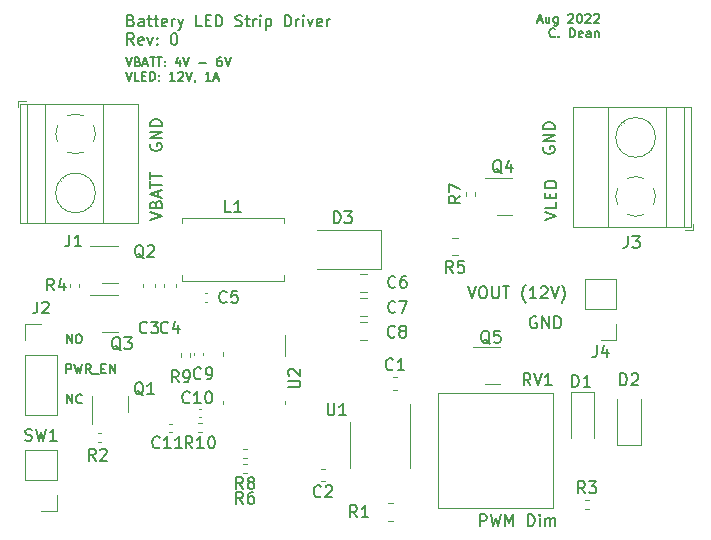
<source format=gbr>
%TF.GenerationSoftware,KiCad,Pcbnew,(6.0.6-0)*%
%TF.CreationDate,2022-08-07T14:06:53-04:00*%
%TF.ProjectId,BatteryLedStripDriver,42617474-6572-4794-9c65-645374726970,rev?*%
%TF.SameCoordinates,PX6160b60PY791ddc0*%
%TF.FileFunction,Legend,Top*%
%TF.FilePolarity,Positive*%
%FSLAX46Y46*%
G04 Gerber Fmt 4.6, Leading zero omitted, Abs format (unit mm)*
G04 Created by KiCad (PCBNEW (6.0.6-0)) date 2022-08-07 14:06:53*
%MOMM*%
%LPD*%
G01*
G04 APERTURE LIST*
%ADD10C,0.150000*%
%ADD11C,0.120000*%
G04 APERTURE END LIST*
D10*
X45093000Y33557786D02*
X45045380Y33462548D01*
X45045380Y33319691D01*
X45093000Y33176834D01*
X45188238Y33081596D01*
X45283476Y33033977D01*
X45473952Y32986358D01*
X45616809Y32986358D01*
X45807285Y33033977D01*
X45902523Y33081596D01*
X45997761Y33176834D01*
X46045380Y33319691D01*
X46045380Y33414929D01*
X45997761Y33557786D01*
X45950142Y33605405D01*
X45616809Y33605405D01*
X45616809Y33414929D01*
X46045380Y34033977D02*
X45045380Y34033977D01*
X46045380Y34605405D01*
X45045380Y34605405D01*
X46045380Y35081596D02*
X45045380Y35081596D01*
X45045380Y35319691D01*
X45093000Y35462548D01*
X45188238Y35557786D01*
X45283476Y35605405D01*
X45473952Y35653024D01*
X45616809Y35653024D01*
X45807285Y35605405D01*
X45902523Y35557786D01*
X45997761Y35462548D01*
X46045380Y35319691D01*
X46045380Y35081596D01*
X44479785Y19169000D02*
X44384547Y19216620D01*
X44241690Y19216620D01*
X44098833Y19169000D01*
X44003595Y19073762D01*
X43955976Y18978524D01*
X43908357Y18788048D01*
X43908357Y18645191D01*
X43955976Y18454715D01*
X44003595Y18359477D01*
X44098833Y18264239D01*
X44241690Y18216620D01*
X44336928Y18216620D01*
X44479785Y18264239D01*
X44527404Y18311858D01*
X44527404Y18645191D01*
X44336928Y18645191D01*
X44955976Y18216620D02*
X44955976Y19216620D01*
X45527404Y18216620D01*
X45527404Y19216620D01*
X46003595Y18216620D02*
X46003595Y19216620D01*
X46241690Y19216620D01*
X46384547Y19169000D01*
X46479785Y19073762D01*
X46527404Y18978524D01*
X46575023Y18788048D01*
X46575023Y18645191D01*
X46527404Y18454715D01*
X46479785Y18359477D01*
X46384547Y18264239D01*
X46241690Y18216620D01*
X46003595Y18216620D01*
X11819000Y33811786D02*
X11771380Y33716548D01*
X11771380Y33573691D01*
X11819000Y33430834D01*
X11914238Y33335596D01*
X12009476Y33287977D01*
X12199952Y33240358D01*
X12342809Y33240358D01*
X12533285Y33287977D01*
X12628523Y33335596D01*
X12723761Y33430834D01*
X12771380Y33573691D01*
X12771380Y33668929D01*
X12723761Y33811786D01*
X12676142Y33859405D01*
X12342809Y33859405D01*
X12342809Y33668929D01*
X12771380Y34287977D02*
X11771380Y34287977D01*
X12771380Y34859405D01*
X11771380Y34859405D01*
X12771380Y35335596D02*
X11771380Y35335596D01*
X11771380Y35573691D01*
X11819000Y35716548D01*
X11914238Y35811786D01*
X12009476Y35859405D01*
X12199952Y35907024D01*
X12342809Y35907024D01*
X12533285Y35859405D01*
X12628523Y35811786D01*
X12723761Y35716548D01*
X12771380Y35573691D01*
X12771380Y35335596D01*
X38670309Y21756620D02*
X39003642Y20756620D01*
X39336976Y21756620D01*
X39860785Y21756620D02*
X40051261Y21756620D01*
X40146500Y21709000D01*
X40241738Y21613762D01*
X40289357Y21423286D01*
X40289357Y21089953D01*
X40241738Y20899477D01*
X40146500Y20804239D01*
X40051261Y20756620D01*
X39860785Y20756620D01*
X39765547Y20804239D01*
X39670309Y20899477D01*
X39622690Y21089953D01*
X39622690Y21423286D01*
X39670309Y21613762D01*
X39765547Y21709000D01*
X39860785Y21756620D01*
X40717928Y21756620D02*
X40717928Y20947096D01*
X40765547Y20851858D01*
X40813166Y20804239D01*
X40908404Y20756620D01*
X41098880Y20756620D01*
X41194119Y20804239D01*
X41241738Y20851858D01*
X41289357Y20947096D01*
X41289357Y21756620D01*
X41622690Y21756620D02*
X42194119Y21756620D01*
X41908404Y20756620D02*
X41908404Y21756620D01*
X43575071Y20375667D02*
X43527452Y20423286D01*
X43432214Y20566143D01*
X43384595Y20661381D01*
X43336976Y20804239D01*
X43289357Y21042334D01*
X43289357Y21232810D01*
X43336976Y21470905D01*
X43384595Y21613762D01*
X43432214Y21709000D01*
X43527452Y21851858D01*
X43575071Y21899477D01*
X44479833Y20756620D02*
X43908404Y20756620D01*
X44194119Y20756620D02*
X44194119Y21756620D01*
X44098880Y21613762D01*
X44003642Y21518524D01*
X43908404Y21470905D01*
X44860785Y21661381D02*
X44908404Y21709000D01*
X45003642Y21756620D01*
X45241738Y21756620D01*
X45336976Y21709000D01*
X45384595Y21661381D01*
X45432214Y21566143D01*
X45432214Y21470905D01*
X45384595Y21328048D01*
X44813166Y20756620D01*
X45432214Y20756620D01*
X45717928Y21756620D02*
X46051261Y20756620D01*
X46384595Y21756620D01*
X46622690Y20375667D02*
X46670309Y20423286D01*
X46765547Y20566143D01*
X46813166Y20661381D01*
X46860785Y20804239D01*
X46908404Y21042334D01*
X46908404Y21232810D01*
X46860785Y21470905D01*
X46813166Y21613762D01*
X46765547Y21709000D01*
X46670309Y21851858D01*
X46622690Y21899477D01*
X10174042Y44279929D02*
X10311928Y44233967D01*
X10357890Y44188006D01*
X10403852Y44096082D01*
X10403852Y43958196D01*
X10357890Y43866272D01*
X10311928Y43820310D01*
X10220004Y43774348D01*
X9852309Y43774348D01*
X9852309Y44739548D01*
X10174042Y44739548D01*
X10265966Y44693586D01*
X10311928Y44647625D01*
X10357890Y44555701D01*
X10357890Y44463777D01*
X10311928Y44371853D01*
X10265966Y44325891D01*
X10174042Y44279929D01*
X9852309Y44279929D01*
X11231166Y43774348D02*
X11231166Y44279929D01*
X11185204Y44371853D01*
X11093280Y44417815D01*
X10909433Y44417815D01*
X10817509Y44371853D01*
X11231166Y43820310D02*
X11139242Y43774348D01*
X10909433Y43774348D01*
X10817509Y43820310D01*
X10771547Y43912234D01*
X10771547Y44004158D01*
X10817509Y44096082D01*
X10909433Y44142044D01*
X11139242Y44142044D01*
X11231166Y44188006D01*
X11552900Y44417815D02*
X11920595Y44417815D01*
X11690785Y44739548D02*
X11690785Y43912234D01*
X11736747Y43820310D01*
X11828671Y43774348D01*
X11920595Y43774348D01*
X12104442Y44417815D02*
X12472138Y44417815D01*
X12242328Y44739548D02*
X12242328Y43912234D01*
X12288290Y43820310D01*
X12380214Y43774348D01*
X12472138Y43774348D01*
X13161566Y43820310D02*
X13069642Y43774348D01*
X12885795Y43774348D01*
X12793871Y43820310D01*
X12747909Y43912234D01*
X12747909Y44279929D01*
X12793871Y44371853D01*
X12885795Y44417815D01*
X13069642Y44417815D01*
X13161566Y44371853D01*
X13207528Y44279929D01*
X13207528Y44188006D01*
X12747909Y44096082D01*
X13621185Y43774348D02*
X13621185Y44417815D01*
X13621185Y44233967D02*
X13667147Y44325891D01*
X13713109Y44371853D01*
X13805033Y44417815D01*
X13896957Y44417815D01*
X14126766Y44417815D02*
X14356576Y43774348D01*
X14586385Y44417815D02*
X14356576Y43774348D01*
X14264652Y43544539D01*
X14218690Y43498577D01*
X14126766Y43452615D01*
X16149090Y43774348D02*
X15689471Y43774348D01*
X15689471Y44739548D01*
X16470823Y44279929D02*
X16792557Y44279929D01*
X16930442Y43774348D02*
X16470823Y43774348D01*
X16470823Y44739548D01*
X16930442Y44739548D01*
X17344100Y43774348D02*
X17344100Y44739548D01*
X17573909Y44739548D01*
X17711795Y44693586D01*
X17803719Y44601663D01*
X17849680Y44509739D01*
X17895642Y44325891D01*
X17895642Y44188006D01*
X17849680Y44004158D01*
X17803719Y43912234D01*
X17711795Y43820310D01*
X17573909Y43774348D01*
X17344100Y43774348D01*
X18998728Y43820310D02*
X19136614Y43774348D01*
X19366423Y43774348D01*
X19458347Y43820310D01*
X19504309Y43866272D01*
X19550271Y43958196D01*
X19550271Y44050120D01*
X19504309Y44142044D01*
X19458347Y44188006D01*
X19366423Y44233967D01*
X19182576Y44279929D01*
X19090652Y44325891D01*
X19044690Y44371853D01*
X18998728Y44463777D01*
X18998728Y44555701D01*
X19044690Y44647625D01*
X19090652Y44693586D01*
X19182576Y44739548D01*
X19412385Y44739548D01*
X19550271Y44693586D01*
X19826042Y44417815D02*
X20193738Y44417815D01*
X19963928Y44739548D02*
X19963928Y43912234D01*
X20009890Y43820310D01*
X20101814Y43774348D01*
X20193738Y43774348D01*
X20515471Y43774348D02*
X20515471Y44417815D01*
X20515471Y44233967D02*
X20561433Y44325891D01*
X20607395Y44371853D01*
X20699319Y44417815D01*
X20791242Y44417815D01*
X21112976Y43774348D02*
X21112976Y44417815D01*
X21112976Y44739548D02*
X21067014Y44693586D01*
X21112976Y44647625D01*
X21158938Y44693586D01*
X21112976Y44739548D01*
X21112976Y44647625D01*
X21572595Y44417815D02*
X21572595Y43452615D01*
X21572595Y44371853D02*
X21664519Y44417815D01*
X21848366Y44417815D01*
X21940290Y44371853D01*
X21986252Y44325891D01*
X22032214Y44233967D01*
X22032214Y43958196D01*
X21986252Y43866272D01*
X21940290Y43820310D01*
X21848366Y43774348D01*
X21664519Y43774348D01*
X21572595Y43820310D01*
X23181261Y43774348D02*
X23181261Y44739548D01*
X23411071Y44739548D01*
X23548957Y44693586D01*
X23640880Y44601663D01*
X23686842Y44509739D01*
X23732804Y44325891D01*
X23732804Y44188006D01*
X23686842Y44004158D01*
X23640880Y43912234D01*
X23548957Y43820310D01*
X23411071Y43774348D01*
X23181261Y43774348D01*
X24146461Y43774348D02*
X24146461Y44417815D01*
X24146461Y44233967D02*
X24192423Y44325891D01*
X24238385Y44371853D01*
X24330309Y44417815D01*
X24422233Y44417815D01*
X24743966Y43774348D02*
X24743966Y44417815D01*
X24743966Y44739548D02*
X24698004Y44693586D01*
X24743966Y44647625D01*
X24789928Y44693586D01*
X24743966Y44739548D01*
X24743966Y44647625D01*
X25111661Y44417815D02*
X25341471Y43774348D01*
X25571280Y44417815D01*
X26306671Y43820310D02*
X26214747Y43774348D01*
X26030900Y43774348D01*
X25938976Y43820310D01*
X25893014Y43912234D01*
X25893014Y44279929D01*
X25938976Y44371853D01*
X26030900Y44417815D01*
X26214747Y44417815D01*
X26306671Y44371853D01*
X26352633Y44279929D01*
X26352633Y44188006D01*
X25893014Y44096082D01*
X26766290Y43774348D02*
X26766290Y44417815D01*
X26766290Y44233967D02*
X26812252Y44325891D01*
X26858214Y44371853D01*
X26950138Y44417815D01*
X27042061Y44417815D01*
X10403852Y42220376D02*
X10082119Y42679995D01*
X9852309Y42220376D02*
X9852309Y43185576D01*
X10220004Y43185576D01*
X10311928Y43139614D01*
X10357890Y43093653D01*
X10403852Y43001729D01*
X10403852Y42863843D01*
X10357890Y42771919D01*
X10311928Y42725957D01*
X10220004Y42679995D01*
X9852309Y42679995D01*
X11185204Y42266338D02*
X11093280Y42220376D01*
X10909433Y42220376D01*
X10817509Y42266338D01*
X10771547Y42358262D01*
X10771547Y42725957D01*
X10817509Y42817881D01*
X10909433Y42863843D01*
X11093280Y42863843D01*
X11185204Y42817881D01*
X11231166Y42725957D01*
X11231166Y42634034D01*
X10771547Y42542110D01*
X11552900Y42863843D02*
X11782709Y42220376D01*
X12012519Y42863843D01*
X12380214Y42312300D02*
X12426176Y42266338D01*
X12380214Y42220376D01*
X12334252Y42266338D01*
X12380214Y42312300D01*
X12380214Y42220376D01*
X12380214Y42817881D02*
X12426176Y42771919D01*
X12380214Y42725957D01*
X12334252Y42771919D01*
X12380214Y42817881D01*
X12380214Y42725957D01*
X13759071Y43185576D02*
X13850995Y43185576D01*
X13942919Y43139614D01*
X13988880Y43093653D01*
X14034842Y43001729D01*
X14080804Y42817881D01*
X14080804Y42588072D01*
X14034842Y42404224D01*
X13988880Y42312300D01*
X13942919Y42266338D01*
X13850995Y42220376D01*
X13759071Y42220376D01*
X13667147Y42266338D01*
X13621185Y42312300D01*
X13575223Y42404224D01*
X13529261Y42588072D01*
X13529261Y42817881D01*
X13575223Y43001729D01*
X13621185Y43093653D01*
X13667147Y43139614D01*
X13759071Y43185576D01*
X45172380Y27414310D02*
X46172380Y27747643D01*
X45172380Y28080977D01*
X46172380Y28890500D02*
X46172380Y28414310D01*
X45172380Y28414310D01*
X45648571Y29223834D02*
X45648571Y29557167D01*
X46172380Y29700024D02*
X46172380Y29223834D01*
X45172380Y29223834D01*
X45172380Y29700024D01*
X46172380Y30128596D02*
X45172380Y30128596D01*
X45172380Y30366691D01*
X45220000Y30509548D01*
X45315238Y30604786D01*
X45410476Y30652405D01*
X45600952Y30700024D01*
X45743809Y30700024D01*
X45934285Y30652405D01*
X46029523Y30604786D01*
X46124761Y30509548D01*
X46172380Y30366691D01*
X46172380Y30128596D01*
X9695071Y41162696D02*
X9949071Y40400696D01*
X10203071Y41162696D01*
X10711071Y40799839D02*
X10819928Y40763553D01*
X10856214Y40727268D01*
X10892500Y40654696D01*
X10892500Y40545839D01*
X10856214Y40473268D01*
X10819928Y40436982D01*
X10747357Y40400696D01*
X10457071Y40400696D01*
X10457071Y41162696D01*
X10711071Y41162696D01*
X10783642Y41126410D01*
X10819928Y41090125D01*
X10856214Y41017553D01*
X10856214Y40944982D01*
X10819928Y40872410D01*
X10783642Y40836125D01*
X10711071Y40799839D01*
X10457071Y40799839D01*
X11182785Y40618410D02*
X11545642Y40618410D01*
X11110214Y40400696D02*
X11364214Y41162696D01*
X11618214Y40400696D01*
X11763357Y41162696D02*
X12198785Y41162696D01*
X11981071Y40400696D02*
X11981071Y41162696D01*
X12343928Y41162696D02*
X12779357Y41162696D01*
X12561642Y40400696D02*
X12561642Y41162696D01*
X13033357Y40473268D02*
X13069642Y40436982D01*
X13033357Y40400696D01*
X12997071Y40436982D01*
X13033357Y40473268D01*
X13033357Y40400696D01*
X13033357Y40872410D02*
X13069642Y40836125D01*
X13033357Y40799839D01*
X12997071Y40836125D01*
X13033357Y40872410D01*
X13033357Y40799839D01*
X14303357Y40908696D02*
X14303357Y40400696D01*
X14121928Y41198982D02*
X13940500Y40654696D01*
X14412214Y40654696D01*
X14593642Y41162696D02*
X14847642Y40400696D01*
X15101642Y41162696D01*
X15936214Y40690982D02*
X16516785Y40690982D01*
X17786785Y41162696D02*
X17641642Y41162696D01*
X17569071Y41126410D01*
X17532785Y41090125D01*
X17460214Y40981268D01*
X17423928Y40836125D01*
X17423928Y40545839D01*
X17460214Y40473268D01*
X17496500Y40436982D01*
X17569071Y40400696D01*
X17714214Y40400696D01*
X17786785Y40436982D01*
X17823071Y40473268D01*
X17859357Y40545839D01*
X17859357Y40727268D01*
X17823071Y40799839D01*
X17786785Y40836125D01*
X17714214Y40872410D01*
X17569071Y40872410D01*
X17496500Y40836125D01*
X17460214Y40799839D01*
X17423928Y40727268D01*
X18077071Y41162696D02*
X18331071Y40400696D01*
X18585071Y41162696D01*
X9695071Y39935876D02*
X9949071Y39173876D01*
X10203071Y39935876D01*
X10819928Y39173876D02*
X10457071Y39173876D01*
X10457071Y39935876D01*
X11073928Y39573019D02*
X11327928Y39573019D01*
X11436785Y39173876D02*
X11073928Y39173876D01*
X11073928Y39935876D01*
X11436785Y39935876D01*
X11763357Y39173876D02*
X11763357Y39935876D01*
X11944785Y39935876D01*
X12053642Y39899590D01*
X12126214Y39827019D01*
X12162500Y39754448D01*
X12198785Y39609305D01*
X12198785Y39500448D01*
X12162500Y39355305D01*
X12126214Y39282733D01*
X12053642Y39210162D01*
X11944785Y39173876D01*
X11763357Y39173876D01*
X12525357Y39246448D02*
X12561642Y39210162D01*
X12525357Y39173876D01*
X12489071Y39210162D01*
X12525357Y39246448D01*
X12525357Y39173876D01*
X12525357Y39645590D02*
X12561642Y39609305D01*
X12525357Y39573019D01*
X12489071Y39609305D01*
X12525357Y39645590D01*
X12525357Y39573019D01*
X13867928Y39173876D02*
X13432500Y39173876D01*
X13650214Y39173876D02*
X13650214Y39935876D01*
X13577642Y39827019D01*
X13505071Y39754448D01*
X13432500Y39718162D01*
X14158214Y39863305D02*
X14194500Y39899590D01*
X14267071Y39935876D01*
X14448500Y39935876D01*
X14521071Y39899590D01*
X14557357Y39863305D01*
X14593642Y39790733D01*
X14593642Y39718162D01*
X14557357Y39609305D01*
X14121928Y39173876D01*
X14593642Y39173876D01*
X14811357Y39935876D02*
X15065357Y39173876D01*
X15319357Y39935876D01*
X15609642Y39210162D02*
X15609642Y39173876D01*
X15573357Y39101305D01*
X15537071Y39065019D01*
X16915928Y39173876D02*
X16480500Y39173876D01*
X16698214Y39173876D02*
X16698214Y39935876D01*
X16625642Y39827019D01*
X16553071Y39754448D01*
X16480500Y39718162D01*
X17206214Y39391590D02*
X17569071Y39391590D01*
X17133642Y39173876D02*
X17387642Y39935876D01*
X17641642Y39173876D01*
X4735285Y11847286D02*
X4735285Y12609286D01*
X5170714Y11847286D01*
X5170714Y12609286D01*
X5969000Y11919858D02*
X5932714Y11883572D01*
X5823857Y11847286D01*
X5751285Y11847286D01*
X5642428Y11883572D01*
X5569857Y11956143D01*
X5533571Y12028715D01*
X5497285Y12173858D01*
X5497285Y12282715D01*
X5533571Y12427858D01*
X5569857Y12500429D01*
X5642428Y12573000D01*
X5751285Y12609286D01*
X5823857Y12609286D01*
X5932714Y12573000D01*
X5969000Y12536715D01*
X39705595Y1452620D02*
X39705595Y2452620D01*
X40086547Y2452620D01*
X40181785Y2405000D01*
X40229404Y2357381D01*
X40277023Y2262143D01*
X40277023Y2119286D01*
X40229404Y2024048D01*
X40181785Y1976429D01*
X40086547Y1928810D01*
X39705595Y1928810D01*
X40610357Y2452620D02*
X40848452Y1452620D01*
X41038928Y2166905D01*
X41229404Y1452620D01*
X41467500Y2452620D01*
X41848452Y1452620D02*
X41848452Y2452620D01*
X42181785Y1738334D01*
X42515119Y2452620D01*
X42515119Y1452620D01*
X43753214Y1452620D02*
X43753214Y2452620D01*
X43991309Y2452620D01*
X44134166Y2405000D01*
X44229404Y2309762D01*
X44277023Y2214524D01*
X44324642Y2024048D01*
X44324642Y1881191D01*
X44277023Y1690715D01*
X44229404Y1595477D01*
X44134166Y1500239D01*
X43991309Y1452620D01*
X43753214Y1452620D01*
X44753214Y1452620D02*
X44753214Y2119286D01*
X44753214Y2452620D02*
X44705595Y2405000D01*
X44753214Y2357381D01*
X44800833Y2405000D01*
X44753214Y2452620D01*
X44753214Y2357381D01*
X45229404Y1452620D02*
X45229404Y2119286D01*
X45229404Y2024048D02*
X45277023Y2071667D01*
X45372261Y2119286D01*
X45515119Y2119286D01*
X45610357Y2071667D01*
X45657976Y1976429D01*
X45657976Y1452620D01*
X45657976Y1976429D02*
X45705595Y2071667D01*
X45800833Y2119286D01*
X45943690Y2119286D01*
X46038928Y2071667D01*
X46086547Y1976429D01*
X46086547Y1452620D01*
X4717142Y16927286D02*
X4717142Y17689286D01*
X5152571Y16927286D01*
X5152571Y17689286D01*
X5660571Y17689286D02*
X5805714Y17689286D01*
X5878285Y17653000D01*
X5950857Y17580429D01*
X5987142Y17435286D01*
X5987142Y17181286D01*
X5950857Y17036143D01*
X5878285Y16963572D01*
X5805714Y16927286D01*
X5660571Y16927286D01*
X5588000Y16963572D01*
X5515428Y17036143D01*
X5479142Y17181286D01*
X5479142Y17435286D01*
X5515428Y17580429D01*
X5588000Y17653000D01*
X5660571Y17689286D01*
X44570214Y44301410D02*
X44933071Y44301410D01*
X44497642Y44083696D02*
X44751642Y44845696D01*
X45005642Y44083696D01*
X45586214Y44591696D02*
X45586214Y44083696D01*
X45259642Y44591696D02*
X45259642Y44192553D01*
X45295928Y44119982D01*
X45368500Y44083696D01*
X45477357Y44083696D01*
X45549928Y44119982D01*
X45586214Y44156268D01*
X46275642Y44591696D02*
X46275642Y43974839D01*
X46239357Y43902268D01*
X46203071Y43865982D01*
X46130500Y43829696D01*
X46021642Y43829696D01*
X45949071Y43865982D01*
X46275642Y44119982D02*
X46203071Y44083696D01*
X46057928Y44083696D01*
X45985357Y44119982D01*
X45949071Y44156268D01*
X45912785Y44228839D01*
X45912785Y44446553D01*
X45949071Y44519125D01*
X45985357Y44555410D01*
X46057928Y44591696D01*
X46203071Y44591696D01*
X46275642Y44555410D01*
X47182785Y44773125D02*
X47219071Y44809410D01*
X47291642Y44845696D01*
X47473071Y44845696D01*
X47545642Y44809410D01*
X47581928Y44773125D01*
X47618214Y44700553D01*
X47618214Y44627982D01*
X47581928Y44519125D01*
X47146500Y44083696D01*
X47618214Y44083696D01*
X48089928Y44845696D02*
X48162500Y44845696D01*
X48235071Y44809410D01*
X48271357Y44773125D01*
X48307642Y44700553D01*
X48343928Y44555410D01*
X48343928Y44373982D01*
X48307642Y44228839D01*
X48271357Y44156268D01*
X48235071Y44119982D01*
X48162500Y44083696D01*
X48089928Y44083696D01*
X48017357Y44119982D01*
X47981071Y44156268D01*
X47944785Y44228839D01*
X47908500Y44373982D01*
X47908500Y44555410D01*
X47944785Y44700553D01*
X47981071Y44773125D01*
X48017357Y44809410D01*
X48089928Y44845696D01*
X48634214Y44773125D02*
X48670500Y44809410D01*
X48743071Y44845696D01*
X48924500Y44845696D01*
X48997071Y44809410D01*
X49033357Y44773125D01*
X49069642Y44700553D01*
X49069642Y44627982D01*
X49033357Y44519125D01*
X48597928Y44083696D01*
X49069642Y44083696D01*
X49359928Y44773125D02*
X49396214Y44809410D01*
X49468785Y44845696D01*
X49650214Y44845696D01*
X49722785Y44809410D01*
X49759071Y44773125D01*
X49795357Y44700553D01*
X49795357Y44627982D01*
X49759071Y44519125D01*
X49323642Y44083696D01*
X49795357Y44083696D01*
X46057928Y42929448D02*
X46021642Y42893162D01*
X45912785Y42856876D01*
X45840214Y42856876D01*
X45731357Y42893162D01*
X45658785Y42965733D01*
X45622500Y43038305D01*
X45586214Y43183448D01*
X45586214Y43292305D01*
X45622500Y43437448D01*
X45658785Y43510019D01*
X45731357Y43582590D01*
X45840214Y43618876D01*
X45912785Y43618876D01*
X46021642Y43582590D01*
X46057928Y43546305D01*
X46384500Y42929448D02*
X46420785Y42893162D01*
X46384500Y42856876D01*
X46348214Y42893162D01*
X46384500Y42929448D01*
X46384500Y42856876D01*
X47327928Y42856876D02*
X47327928Y43618876D01*
X47509357Y43618876D01*
X47618214Y43582590D01*
X47690785Y43510019D01*
X47727071Y43437448D01*
X47763357Y43292305D01*
X47763357Y43183448D01*
X47727071Y43038305D01*
X47690785Y42965733D01*
X47618214Y42893162D01*
X47509357Y42856876D01*
X47327928Y42856876D01*
X48380214Y42893162D02*
X48307642Y42856876D01*
X48162500Y42856876D01*
X48089928Y42893162D01*
X48053642Y42965733D01*
X48053642Y43256019D01*
X48089928Y43328590D01*
X48162500Y43364876D01*
X48307642Y43364876D01*
X48380214Y43328590D01*
X48416500Y43256019D01*
X48416500Y43183448D01*
X48053642Y43110876D01*
X49069642Y42856876D02*
X49069642Y43256019D01*
X49033357Y43328590D01*
X48960785Y43364876D01*
X48815642Y43364876D01*
X48743071Y43328590D01*
X49069642Y42893162D02*
X48997071Y42856876D01*
X48815642Y42856876D01*
X48743071Y42893162D01*
X48706785Y42965733D01*
X48706785Y43038305D01*
X48743071Y43110876D01*
X48815642Y43147162D01*
X48997071Y43147162D01*
X49069642Y43183448D01*
X49432500Y43364876D02*
X49432500Y42856876D01*
X49432500Y43292305D02*
X49468785Y43328590D01*
X49541357Y43364876D01*
X49650214Y43364876D01*
X49722785Y43328590D01*
X49759071Y43256019D01*
X49759071Y42856876D01*
X11771380Y27382643D02*
X12771380Y27715977D01*
X11771380Y28049310D01*
X12247571Y28715977D02*
X12295190Y28858834D01*
X12342809Y28906453D01*
X12438047Y28954072D01*
X12580904Y28954072D01*
X12676142Y28906453D01*
X12723761Y28858834D01*
X12771380Y28763596D01*
X12771380Y28382643D01*
X11771380Y28382643D01*
X11771380Y28715977D01*
X11819000Y28811215D01*
X11866619Y28858834D01*
X11961857Y28906453D01*
X12057095Y28906453D01*
X12152333Y28858834D01*
X12199952Y28811215D01*
X12247571Y28715977D01*
X12247571Y28382643D01*
X12485666Y29335024D02*
X12485666Y29811215D01*
X12771380Y29239786D02*
X11771380Y29573120D01*
X12771380Y29906453D01*
X11771380Y30096929D02*
X11771380Y30668358D01*
X12771380Y30382643D02*
X11771380Y30382643D01*
X11771380Y30858834D02*
X11771380Y31430262D01*
X12771380Y31144548D02*
X11771380Y31144548D01*
X4680857Y14387286D02*
X4680857Y15149286D01*
X4971142Y15149286D01*
X5043714Y15113000D01*
X5080000Y15076715D01*
X5116285Y15004143D01*
X5116285Y14895286D01*
X5080000Y14822715D01*
X5043714Y14786429D01*
X4971142Y14750143D01*
X4680857Y14750143D01*
X5370285Y15149286D02*
X5551714Y14387286D01*
X5696857Y14931572D01*
X5842000Y14387286D01*
X6023428Y15149286D01*
X6749142Y14387286D02*
X6495142Y14750143D01*
X6313714Y14387286D02*
X6313714Y15149286D01*
X6604000Y15149286D01*
X6676571Y15113000D01*
X6712857Y15076715D01*
X6749142Y15004143D01*
X6749142Y14895286D01*
X6712857Y14822715D01*
X6676571Y14786429D01*
X6604000Y14750143D01*
X6313714Y14750143D01*
X6894285Y14314715D02*
X7474857Y14314715D01*
X7656285Y14786429D02*
X7910285Y14786429D01*
X8019142Y14387286D02*
X7656285Y14387286D01*
X7656285Y15149286D01*
X8019142Y15149286D01*
X8345714Y14387286D02*
X8345714Y15149286D01*
X8781142Y14387286D01*
X8781142Y15149286D01*
%TO.C,C2*%
X26249333Y4004058D02*
X26201714Y3956439D01*
X26058857Y3908820D01*
X25963619Y3908820D01*
X25820761Y3956439D01*
X25725523Y4051677D01*
X25677904Y4146915D01*
X25630285Y4337391D01*
X25630285Y4480248D01*
X25677904Y4670724D01*
X25725523Y4765962D01*
X25820761Y4861200D01*
X25963619Y4908820D01*
X26058857Y4908820D01*
X26201714Y4861200D01*
X26249333Y4813581D01*
X26630285Y4813581D02*
X26677904Y4861200D01*
X26773142Y4908820D01*
X27011238Y4908820D01*
X27106476Y4861200D01*
X27154095Y4813581D01*
X27201714Y4718343D01*
X27201714Y4623105D01*
X27154095Y4480248D01*
X26582666Y3908820D01*
X27201714Y3908820D01*
%TO.C,R1*%
X29297333Y2214620D02*
X28964000Y2690810D01*
X28725904Y2214620D02*
X28725904Y3214620D01*
X29106857Y3214620D01*
X29202095Y3167000D01*
X29249714Y3119381D01*
X29297333Y3024143D01*
X29297333Y2881286D01*
X29249714Y2786048D01*
X29202095Y2738429D01*
X29106857Y2690810D01*
X28725904Y2690810D01*
X30249714Y2214620D02*
X29678285Y2214620D01*
X29964000Y2214620D02*
X29964000Y3214620D01*
X29868761Y3071762D01*
X29773523Y2976524D01*
X29678285Y2928905D01*
%TO.C,D3*%
X27328904Y27106620D02*
X27328904Y28106620D01*
X27567000Y28106620D01*
X27709857Y28059000D01*
X27805095Y27963762D01*
X27852714Y27868524D01*
X27900333Y27678048D01*
X27900333Y27535191D01*
X27852714Y27344715D01*
X27805095Y27249477D01*
X27709857Y27154239D01*
X27567000Y27106620D01*
X27328904Y27106620D01*
X28233666Y28106620D02*
X28852714Y28106620D01*
X28519380Y27725667D01*
X28662238Y27725667D01*
X28757476Y27678048D01*
X28805095Y27630429D01*
X28852714Y27535191D01*
X28852714Y27297096D01*
X28805095Y27201858D01*
X28757476Y27154239D01*
X28662238Y27106620D01*
X28376523Y27106620D01*
X28281285Y27154239D01*
X28233666Y27201858D01*
%TO.C,J1*%
X4949866Y26150820D02*
X4949866Y25436534D01*
X4902247Y25293677D01*
X4807009Y25198439D01*
X4664152Y25150820D01*
X4568914Y25150820D01*
X5949866Y25150820D02*
X5378438Y25150820D01*
X5664152Y25150820D02*
X5664152Y26150820D01*
X5568914Y26007962D01*
X5473676Y25912724D01*
X5378438Y25865105D01*
%TO.C,D1*%
X47521904Y13263620D02*
X47521904Y14263620D01*
X47760000Y14263620D01*
X47902857Y14216000D01*
X47998095Y14120762D01*
X48045714Y14025524D01*
X48093333Y13835048D01*
X48093333Y13692191D01*
X48045714Y13501715D01*
X47998095Y13406477D01*
X47902857Y13311239D01*
X47760000Y13263620D01*
X47521904Y13263620D01*
X49045714Y13263620D02*
X48474285Y13263620D01*
X48760000Y13263620D02*
X48760000Y14263620D01*
X48664761Y14120762D01*
X48569523Y14025524D01*
X48474285Y13977905D01*
%TO.C,J3*%
X52219266Y26023820D02*
X52219266Y25309534D01*
X52171647Y25166677D01*
X52076409Y25071439D01*
X51933552Y25023820D01*
X51838314Y25023820D01*
X52600219Y26023820D02*
X53219266Y26023820D01*
X52885933Y25642867D01*
X53028790Y25642867D01*
X53124028Y25595248D01*
X53171647Y25547629D01*
X53219266Y25452391D01*
X53219266Y25214296D01*
X53171647Y25119058D01*
X53124028Y25071439D01*
X53028790Y25023820D01*
X52743076Y25023820D01*
X52647838Y25071439D01*
X52600219Y25119058D01*
%TO.C,R2*%
X7172692Y7015220D02*
X6839359Y7491410D01*
X6601263Y7015220D02*
X6601263Y8015220D01*
X6982216Y8015220D01*
X7077454Y7967600D01*
X7125073Y7919981D01*
X7172692Y7824743D01*
X7172692Y7681886D01*
X7125073Y7586648D01*
X7077454Y7539029D01*
X6982216Y7491410D01*
X6601263Y7491410D01*
X7553644Y7919981D02*
X7601263Y7967600D01*
X7696501Y8015220D01*
X7934597Y8015220D01*
X8029835Y7967600D01*
X8077454Y7919981D01*
X8125073Y7824743D01*
X8125073Y7729505D01*
X8077454Y7586648D01*
X7506025Y7015220D01*
X8125073Y7015220D01*
%TO.C,Q1*%
X11207761Y12533381D02*
X11112523Y12581000D01*
X11017285Y12676239D01*
X10874428Y12819096D01*
X10779190Y12866715D01*
X10683952Y12866715D01*
X10731571Y12628620D02*
X10636333Y12676239D01*
X10541095Y12771477D01*
X10493476Y12961953D01*
X10493476Y13295286D01*
X10541095Y13485762D01*
X10636333Y13581000D01*
X10731571Y13628620D01*
X10922047Y13628620D01*
X11017285Y13581000D01*
X11112523Y13485762D01*
X11160142Y13295286D01*
X11160142Y12961953D01*
X11112523Y12771477D01*
X11017285Y12676239D01*
X10922047Y12628620D01*
X10731571Y12628620D01*
X12112523Y12628620D02*
X11541095Y12628620D01*
X11826809Y12628620D02*
X11826809Y13628620D01*
X11731571Y13485762D01*
X11636333Y13390524D01*
X11541095Y13342905D01*
%TO.C,R8*%
X19645333Y4627620D02*
X19312000Y5103810D01*
X19073904Y4627620D02*
X19073904Y5627620D01*
X19454857Y5627620D01*
X19550095Y5580000D01*
X19597714Y5532381D01*
X19645333Y5437143D01*
X19645333Y5294286D01*
X19597714Y5199048D01*
X19550095Y5151429D01*
X19454857Y5103810D01*
X19073904Y5103810D01*
X20216761Y5199048D02*
X20121523Y5246667D01*
X20073904Y5294286D01*
X20026285Y5389524D01*
X20026285Y5437143D01*
X20073904Y5532381D01*
X20121523Y5580000D01*
X20216761Y5627620D01*
X20407238Y5627620D01*
X20502476Y5580000D01*
X20550095Y5532381D01*
X20597714Y5437143D01*
X20597714Y5389524D01*
X20550095Y5294286D01*
X20502476Y5246667D01*
X20407238Y5199048D01*
X20216761Y5199048D01*
X20121523Y5151429D01*
X20073904Y5103810D01*
X20026285Y5008572D01*
X20026285Y4818096D01*
X20073904Y4722858D01*
X20121523Y4675239D01*
X20216761Y4627620D01*
X20407238Y4627620D01*
X20502476Y4675239D01*
X20550095Y4722858D01*
X20597714Y4818096D01*
X20597714Y5008572D01*
X20550095Y5103810D01*
X20502476Y5151429D01*
X20407238Y5199048D01*
%TO.C,R5*%
X37425333Y22915620D02*
X37092000Y23391810D01*
X36853904Y22915620D02*
X36853904Y23915620D01*
X37234857Y23915620D01*
X37330095Y23868000D01*
X37377714Y23820381D01*
X37425333Y23725143D01*
X37425333Y23582286D01*
X37377714Y23487048D01*
X37330095Y23439429D01*
X37234857Y23391810D01*
X36853904Y23391810D01*
X38330095Y23915620D02*
X37853904Y23915620D01*
X37806285Y23439429D01*
X37853904Y23487048D01*
X37949142Y23534667D01*
X38187238Y23534667D01*
X38282476Y23487048D01*
X38330095Y23439429D01*
X38377714Y23344191D01*
X38377714Y23106096D01*
X38330095Y23010858D01*
X38282476Y22963239D01*
X38187238Y22915620D01*
X37949142Y22915620D01*
X37853904Y22963239D01*
X37806285Y23010858D01*
%TO.C,R4*%
X3643333Y21417020D02*
X3310000Y21893210D01*
X3071904Y21417020D02*
X3071904Y22417020D01*
X3452857Y22417020D01*
X3548095Y22369400D01*
X3595714Y22321781D01*
X3643333Y22226543D01*
X3643333Y22083686D01*
X3595714Y21988448D01*
X3548095Y21940829D01*
X3452857Y21893210D01*
X3071904Y21893210D01*
X4500476Y22083686D02*
X4500476Y21417020D01*
X4262380Y22464639D02*
X4024285Y21750353D01*
X4643333Y21750353D01*
%TO.C,C6*%
X32548533Y21740858D02*
X32500914Y21693239D01*
X32358057Y21645620D01*
X32262819Y21645620D01*
X32119961Y21693239D01*
X32024723Y21788477D01*
X31977104Y21883715D01*
X31929485Y22074191D01*
X31929485Y22217048D01*
X31977104Y22407524D01*
X32024723Y22502762D01*
X32119961Y22598000D01*
X32262819Y22645620D01*
X32358057Y22645620D01*
X32500914Y22598000D01*
X32548533Y22550381D01*
X33405676Y22645620D02*
X33215200Y22645620D01*
X33119961Y22598000D01*
X33072342Y22550381D01*
X32977104Y22407524D01*
X32929485Y22217048D01*
X32929485Y21836096D01*
X32977104Y21740858D01*
X33024723Y21693239D01*
X33119961Y21645620D01*
X33310438Y21645620D01*
X33405676Y21693239D01*
X33453295Y21740858D01*
X33500914Y21836096D01*
X33500914Y22074191D01*
X33453295Y22169429D01*
X33405676Y22217048D01*
X33310438Y22264667D01*
X33119961Y22264667D01*
X33024723Y22217048D01*
X32977104Y22169429D01*
X32929485Y22074191D01*
%TO.C,C10*%
X15118142Y11961858D02*
X15070523Y11914239D01*
X14927666Y11866620D01*
X14832428Y11866620D01*
X14689571Y11914239D01*
X14594333Y12009477D01*
X14546714Y12104715D01*
X14499095Y12295191D01*
X14499095Y12438048D01*
X14546714Y12628524D01*
X14594333Y12723762D01*
X14689571Y12819000D01*
X14832428Y12866620D01*
X14927666Y12866620D01*
X15070523Y12819000D01*
X15118142Y12771381D01*
X16070523Y11866620D02*
X15499095Y11866620D01*
X15784809Y11866620D02*
X15784809Y12866620D01*
X15689571Y12723762D01*
X15594333Y12628524D01*
X15499095Y12580905D01*
X16689571Y12866620D02*
X16784809Y12866620D01*
X16880047Y12819000D01*
X16927666Y12771381D01*
X16975285Y12676143D01*
X17022904Y12485667D01*
X17022904Y12247572D01*
X16975285Y12057096D01*
X16927666Y11961858D01*
X16880047Y11914239D01*
X16784809Y11866620D01*
X16689571Y11866620D01*
X16594333Y11914239D01*
X16546714Y11961858D01*
X16499095Y12057096D01*
X16451476Y12247572D01*
X16451476Y12485667D01*
X16499095Y12676143D01*
X16546714Y12771381D01*
X16594333Y12819000D01*
X16689571Y12866620D01*
%TO.C,C1*%
X32345333Y14755858D02*
X32297714Y14708239D01*
X32154857Y14660620D01*
X32059619Y14660620D01*
X31916761Y14708239D01*
X31821523Y14803477D01*
X31773904Y14898715D01*
X31726285Y15089191D01*
X31726285Y15232048D01*
X31773904Y15422524D01*
X31821523Y15517762D01*
X31916761Y15613000D01*
X32059619Y15660620D01*
X32154857Y15660620D01*
X32297714Y15613000D01*
X32345333Y15565381D01*
X33297714Y14660620D02*
X32726285Y14660620D01*
X33012000Y14660620D02*
X33012000Y15660620D01*
X32916761Y15517762D01*
X32821523Y15422524D01*
X32726285Y15374905D01*
%TO.C,R3*%
X48601333Y4246620D02*
X48268000Y4722810D01*
X48029904Y4246620D02*
X48029904Y5246620D01*
X48410857Y5246620D01*
X48506095Y5199000D01*
X48553714Y5151381D01*
X48601333Y5056143D01*
X48601333Y4913286D01*
X48553714Y4818048D01*
X48506095Y4770429D01*
X48410857Y4722810D01*
X48029904Y4722810D01*
X48934666Y5246620D02*
X49553714Y5246620D01*
X49220380Y4865667D01*
X49363238Y4865667D01*
X49458476Y4818048D01*
X49506095Y4770429D01*
X49553714Y4675191D01*
X49553714Y4437096D01*
X49506095Y4341858D01*
X49458476Y4294239D01*
X49363238Y4246620D01*
X49077523Y4246620D01*
X48982285Y4294239D01*
X48934666Y4341858D01*
%TO.C,Q5*%
X40544761Y16899381D02*
X40449523Y16947000D01*
X40354285Y17042239D01*
X40211428Y17185096D01*
X40116190Y17232715D01*
X40020952Y17232715D01*
X40068571Y16994620D02*
X39973333Y17042239D01*
X39878095Y17137477D01*
X39830476Y17327953D01*
X39830476Y17661286D01*
X39878095Y17851762D01*
X39973333Y17947000D01*
X40068571Y17994620D01*
X40259047Y17994620D01*
X40354285Y17947000D01*
X40449523Y17851762D01*
X40497142Y17661286D01*
X40497142Y17327953D01*
X40449523Y17137477D01*
X40354285Y17042239D01*
X40259047Y16994620D01*
X40068571Y16994620D01*
X41401904Y17994620D02*
X40925714Y17994620D01*
X40878095Y17518429D01*
X40925714Y17566048D01*
X41020952Y17613667D01*
X41259047Y17613667D01*
X41354285Y17566048D01*
X41401904Y17518429D01*
X41449523Y17423191D01*
X41449523Y17185096D01*
X41401904Y17089858D01*
X41354285Y17042239D01*
X41259047Y16994620D01*
X41020952Y16994620D01*
X40925714Y17042239D01*
X40878095Y17089858D01*
%TO.C,R9*%
X14184333Y13644620D02*
X13851000Y14120810D01*
X13612904Y13644620D02*
X13612904Y14644620D01*
X13993857Y14644620D01*
X14089095Y14597000D01*
X14136714Y14549381D01*
X14184333Y14454143D01*
X14184333Y14311286D01*
X14136714Y14216048D01*
X14089095Y14168429D01*
X13993857Y14120810D01*
X13612904Y14120810D01*
X14660523Y13644620D02*
X14851000Y13644620D01*
X14946238Y13692239D01*
X14993857Y13739858D01*
X15089095Y13882715D01*
X15136714Y14073191D01*
X15136714Y14454143D01*
X15089095Y14549381D01*
X15041476Y14597000D01*
X14946238Y14644620D01*
X14755761Y14644620D01*
X14660523Y14597000D01*
X14612904Y14549381D01*
X14565285Y14454143D01*
X14565285Y14216048D01*
X14612904Y14120810D01*
X14660523Y14073191D01*
X14755761Y14025572D01*
X14946238Y14025572D01*
X15041476Y14073191D01*
X15089095Y14120810D01*
X15136714Y14216048D01*
%TO.C,Q2*%
X11233161Y24141181D02*
X11137923Y24188800D01*
X11042685Y24284039D01*
X10899828Y24426896D01*
X10804590Y24474515D01*
X10709352Y24474515D01*
X10756971Y24236420D02*
X10661733Y24284039D01*
X10566495Y24379277D01*
X10518876Y24569753D01*
X10518876Y24903086D01*
X10566495Y25093562D01*
X10661733Y25188800D01*
X10756971Y25236420D01*
X10947447Y25236420D01*
X11042685Y25188800D01*
X11137923Y25093562D01*
X11185542Y24903086D01*
X11185542Y24569753D01*
X11137923Y24379277D01*
X11042685Y24284039D01*
X10947447Y24236420D01*
X10756971Y24236420D01*
X11566495Y25141181D02*
X11614114Y25188800D01*
X11709352Y25236420D01*
X11947447Y25236420D01*
X12042685Y25188800D01*
X12090304Y25141181D01*
X12137923Y25045943D01*
X12137923Y24950705D01*
X12090304Y24807848D01*
X11518876Y24236420D01*
X12137923Y24236420D01*
%TO.C,C9*%
X16089333Y13993858D02*
X16041714Y13946239D01*
X15898857Y13898620D01*
X15803619Y13898620D01*
X15660761Y13946239D01*
X15565523Y14041477D01*
X15517904Y14136715D01*
X15470285Y14327191D01*
X15470285Y14470048D01*
X15517904Y14660524D01*
X15565523Y14755762D01*
X15660761Y14851000D01*
X15803619Y14898620D01*
X15898857Y14898620D01*
X16041714Y14851000D01*
X16089333Y14803381D01*
X16565523Y13898620D02*
X16756000Y13898620D01*
X16851238Y13946239D01*
X16898857Y13993858D01*
X16994095Y14136715D01*
X17041714Y14327191D01*
X17041714Y14708143D01*
X16994095Y14803381D01*
X16946476Y14851000D01*
X16851238Y14898620D01*
X16660761Y14898620D01*
X16565523Y14851000D01*
X16517904Y14803381D01*
X16470285Y14708143D01*
X16470285Y14470048D01*
X16517904Y14374810D01*
X16565523Y14327191D01*
X16660761Y14279572D01*
X16851238Y14279572D01*
X16946476Y14327191D01*
X16994095Y14374810D01*
X17041714Y14470048D01*
%TO.C,C5*%
X18248333Y20470858D02*
X18200714Y20423239D01*
X18057857Y20375620D01*
X17962619Y20375620D01*
X17819761Y20423239D01*
X17724523Y20518477D01*
X17676904Y20613715D01*
X17629285Y20804191D01*
X17629285Y20947048D01*
X17676904Y21137524D01*
X17724523Y21232762D01*
X17819761Y21328000D01*
X17962619Y21375620D01*
X18057857Y21375620D01*
X18200714Y21328000D01*
X18248333Y21280381D01*
X19153095Y21375620D02*
X18676904Y21375620D01*
X18629285Y20899429D01*
X18676904Y20947048D01*
X18772142Y20994667D01*
X19010238Y20994667D01*
X19105476Y20947048D01*
X19153095Y20899429D01*
X19200714Y20804191D01*
X19200714Y20566096D01*
X19153095Y20470858D01*
X19105476Y20423239D01*
X19010238Y20375620D01*
X18772142Y20375620D01*
X18676904Y20423239D01*
X18629285Y20470858D01*
%TO.C,RV1*%
X43981761Y13390620D02*
X43648428Y13866810D01*
X43410333Y13390620D02*
X43410333Y14390620D01*
X43791285Y14390620D01*
X43886523Y14343000D01*
X43934142Y14295381D01*
X43981761Y14200143D01*
X43981761Y14057286D01*
X43934142Y13962048D01*
X43886523Y13914429D01*
X43791285Y13866810D01*
X43410333Y13866810D01*
X44267476Y14390620D02*
X44600809Y13390620D01*
X44934142Y14390620D01*
X45791285Y13390620D02*
X45219857Y13390620D01*
X45505571Y13390620D02*
X45505571Y14390620D01*
X45410333Y14247762D01*
X45315095Y14152524D01*
X45219857Y14104905D01*
%TO.C,R6*%
X19645333Y3357620D02*
X19312000Y3833810D01*
X19073904Y3357620D02*
X19073904Y4357620D01*
X19454857Y4357620D01*
X19550095Y4310000D01*
X19597714Y4262381D01*
X19645333Y4167143D01*
X19645333Y4024286D01*
X19597714Y3929048D01*
X19550095Y3881429D01*
X19454857Y3833810D01*
X19073904Y3833810D01*
X20502476Y4357620D02*
X20312000Y4357620D01*
X20216761Y4310000D01*
X20169142Y4262381D01*
X20073904Y4119524D01*
X20026285Y3929048D01*
X20026285Y3548096D01*
X20073904Y3452858D01*
X20121523Y3405239D01*
X20216761Y3357620D01*
X20407238Y3357620D01*
X20502476Y3405239D01*
X20550095Y3452858D01*
X20597714Y3548096D01*
X20597714Y3786191D01*
X20550095Y3881429D01*
X20502476Y3929048D01*
X20407238Y3976667D01*
X20216761Y3976667D01*
X20121523Y3929048D01*
X20073904Y3881429D01*
X20026285Y3786191D01*
%TO.C,J4*%
X49577666Y16759620D02*
X49577666Y16045334D01*
X49530047Y15902477D01*
X49434809Y15807239D01*
X49291952Y15759620D01*
X49196714Y15759620D01*
X50482428Y16426286D02*
X50482428Y15759620D01*
X50244333Y16807239D02*
X50006238Y16092953D01*
X50625285Y16092953D01*
%TO.C,J2*%
X2206666Y20471620D02*
X2206666Y19757334D01*
X2159047Y19614477D01*
X2063809Y19519239D01*
X1920952Y19471620D01*
X1825714Y19471620D01*
X2635238Y20376381D02*
X2682857Y20424000D01*
X2778095Y20471620D01*
X3016190Y20471620D01*
X3111428Y20424000D01*
X3159047Y20376381D01*
X3206666Y20281143D01*
X3206666Y20185905D01*
X3159047Y20043048D01*
X2587619Y19471620D01*
X3206666Y19471620D01*
%TO.C,R10*%
X15359142Y8056620D02*
X15025809Y8532810D01*
X14787714Y8056620D02*
X14787714Y9056620D01*
X15168666Y9056620D01*
X15263904Y9009000D01*
X15311523Y8961381D01*
X15359142Y8866143D01*
X15359142Y8723286D01*
X15311523Y8628048D01*
X15263904Y8580429D01*
X15168666Y8532810D01*
X14787714Y8532810D01*
X16311523Y8056620D02*
X15740095Y8056620D01*
X16025809Y8056620D02*
X16025809Y9056620D01*
X15930571Y8913762D01*
X15835333Y8818524D01*
X15740095Y8770905D01*
X16930571Y9056620D02*
X17025809Y9056620D01*
X17121047Y9009000D01*
X17168666Y8961381D01*
X17216285Y8866143D01*
X17263904Y8675667D01*
X17263904Y8437572D01*
X17216285Y8247096D01*
X17168666Y8151858D01*
X17121047Y8104239D01*
X17025809Y8056620D01*
X16930571Y8056620D01*
X16835333Y8104239D01*
X16787714Y8151858D01*
X16740095Y8247096D01*
X16692476Y8437572D01*
X16692476Y8675667D01*
X16740095Y8866143D01*
X16787714Y8961381D01*
X16835333Y9009000D01*
X16930571Y9056620D01*
%TO.C,C3*%
X11517333Y17880058D02*
X11469714Y17832439D01*
X11326857Y17784820D01*
X11231619Y17784820D01*
X11088761Y17832439D01*
X10993523Y17927677D01*
X10945904Y18022915D01*
X10898285Y18213391D01*
X10898285Y18356248D01*
X10945904Y18546724D01*
X10993523Y18641962D01*
X11088761Y18737200D01*
X11231619Y18784820D01*
X11326857Y18784820D01*
X11469714Y18737200D01*
X11517333Y18689581D01*
X11850666Y18784820D02*
X12469714Y18784820D01*
X12136380Y18403867D01*
X12279238Y18403867D01*
X12374476Y18356248D01*
X12422095Y18308629D01*
X12469714Y18213391D01*
X12469714Y17975296D01*
X12422095Y17880058D01*
X12374476Y17832439D01*
X12279238Y17784820D01*
X11993523Y17784820D01*
X11898285Y17832439D01*
X11850666Y17880058D01*
%TO.C,C11*%
X12578142Y8151858D02*
X12530523Y8104239D01*
X12387666Y8056620D01*
X12292428Y8056620D01*
X12149571Y8104239D01*
X12054333Y8199477D01*
X12006714Y8294715D01*
X11959095Y8485191D01*
X11959095Y8628048D01*
X12006714Y8818524D01*
X12054333Y8913762D01*
X12149571Y9009000D01*
X12292428Y9056620D01*
X12387666Y9056620D01*
X12530523Y9009000D01*
X12578142Y8961381D01*
X13530523Y8056620D02*
X12959095Y8056620D01*
X13244809Y8056620D02*
X13244809Y9056620D01*
X13149571Y8913762D01*
X13054333Y8818524D01*
X12959095Y8770905D01*
X14482904Y8056620D02*
X13911476Y8056620D01*
X14197190Y8056620D02*
X14197190Y9056620D01*
X14101952Y8913762D01*
X14006714Y8818524D01*
X13911476Y8770905D01*
%TO.C,U1*%
X26797095Y11850620D02*
X26797095Y11041096D01*
X26844714Y10945858D01*
X26892333Y10898239D01*
X26987571Y10850620D01*
X27178047Y10850620D01*
X27273285Y10898239D01*
X27320904Y10945858D01*
X27368523Y11041096D01*
X27368523Y11850620D01*
X28368523Y10850620D02*
X27797095Y10850620D01*
X28082809Y10850620D02*
X28082809Y11850620D01*
X27987571Y11707762D01*
X27892333Y11612524D01*
X27797095Y11564905D01*
%TO.C,C8*%
X32497733Y17524458D02*
X32450114Y17476839D01*
X32307257Y17429220D01*
X32212019Y17429220D01*
X32069161Y17476839D01*
X31973923Y17572077D01*
X31926304Y17667315D01*
X31878685Y17857791D01*
X31878685Y18000648D01*
X31926304Y18191124D01*
X31973923Y18286362D01*
X32069161Y18381600D01*
X32212019Y18429220D01*
X32307257Y18429220D01*
X32450114Y18381600D01*
X32497733Y18333981D01*
X33069161Y18000648D02*
X32973923Y18048267D01*
X32926304Y18095886D01*
X32878685Y18191124D01*
X32878685Y18238743D01*
X32926304Y18333981D01*
X32973923Y18381600D01*
X33069161Y18429220D01*
X33259638Y18429220D01*
X33354876Y18381600D01*
X33402495Y18333981D01*
X33450114Y18238743D01*
X33450114Y18191124D01*
X33402495Y18095886D01*
X33354876Y18048267D01*
X33259638Y18000648D01*
X33069161Y18000648D01*
X32973923Y17953029D01*
X32926304Y17905410D01*
X32878685Y17810172D01*
X32878685Y17619696D01*
X32926304Y17524458D01*
X32973923Y17476839D01*
X33069161Y17429220D01*
X33259638Y17429220D01*
X33354876Y17476839D01*
X33402495Y17524458D01*
X33450114Y17619696D01*
X33450114Y17810172D01*
X33402495Y17905410D01*
X33354876Y17953029D01*
X33259638Y18000648D01*
%TO.C,C4*%
X13295333Y17880058D02*
X13247714Y17832439D01*
X13104857Y17784820D01*
X13009619Y17784820D01*
X12866761Y17832439D01*
X12771523Y17927677D01*
X12723904Y18022915D01*
X12676285Y18213391D01*
X12676285Y18356248D01*
X12723904Y18546724D01*
X12771523Y18641962D01*
X12866761Y18737200D01*
X13009619Y18784820D01*
X13104857Y18784820D01*
X13247714Y18737200D01*
X13295333Y18689581D01*
X14152476Y18451486D02*
X14152476Y17784820D01*
X13914380Y18832439D02*
X13676285Y18118153D01*
X14295333Y18118153D01*
%TO.C,U2*%
X23476380Y13208096D02*
X24285904Y13208096D01*
X24381142Y13255715D01*
X24428761Y13303334D01*
X24476380Y13398572D01*
X24476380Y13589048D01*
X24428761Y13684286D01*
X24381142Y13731905D01*
X24285904Y13779524D01*
X23476380Y13779524D01*
X23571619Y14208096D02*
X23524000Y14255715D01*
X23476380Y14350953D01*
X23476380Y14589048D01*
X23524000Y14684286D01*
X23571619Y14731905D01*
X23666857Y14779524D01*
X23762095Y14779524D01*
X23904952Y14731905D01*
X24476380Y14160477D01*
X24476380Y14779524D01*
%TO.C,R7*%
X38044380Y29424334D02*
X37568190Y29091000D01*
X38044380Y28852905D02*
X37044380Y28852905D01*
X37044380Y29233858D01*
X37092000Y29329096D01*
X37139619Y29376715D01*
X37234857Y29424334D01*
X37377714Y29424334D01*
X37472952Y29376715D01*
X37520571Y29329096D01*
X37568190Y29233858D01*
X37568190Y28852905D01*
X37044380Y29757667D02*
X37044380Y30424334D01*
X38044380Y29995762D01*
%TO.C,L1*%
X18629333Y28039620D02*
X18153142Y28039620D01*
X18153142Y29039620D01*
X19486476Y28039620D02*
X18915047Y28039620D01*
X19200761Y28039620D02*
X19200761Y29039620D01*
X19105523Y28896762D01*
X19010285Y28801524D01*
X18915047Y28753905D01*
%TO.C,C7*%
X32548533Y19607258D02*
X32500914Y19559639D01*
X32358057Y19512020D01*
X32262819Y19512020D01*
X32119961Y19559639D01*
X32024723Y19654877D01*
X31977104Y19750115D01*
X31929485Y19940591D01*
X31929485Y20083448D01*
X31977104Y20273924D01*
X32024723Y20369162D01*
X32119961Y20464400D01*
X32262819Y20512020D01*
X32358057Y20512020D01*
X32500914Y20464400D01*
X32548533Y20416781D01*
X32881866Y20512020D02*
X33548533Y20512020D01*
X33119961Y19512020D01*
%TO.C,D2*%
X51585904Y13390620D02*
X51585904Y14390620D01*
X51824000Y14390620D01*
X51966857Y14343000D01*
X52062095Y14247762D01*
X52109714Y14152524D01*
X52157333Y13962048D01*
X52157333Y13819191D01*
X52109714Y13628715D01*
X52062095Y13533477D01*
X51966857Y13438239D01*
X51824000Y13390620D01*
X51585904Y13390620D01*
X52538285Y14295381D02*
X52585904Y14343000D01*
X52681142Y14390620D01*
X52919238Y14390620D01*
X53014476Y14343000D01*
X53062095Y14295381D01*
X53109714Y14200143D01*
X53109714Y14104905D01*
X53062095Y13962048D01*
X52490666Y13390620D01*
X53109714Y13390620D01*
%TO.C,SW1*%
X1206666Y8739239D02*
X1349523Y8691620D01*
X1587619Y8691620D01*
X1682857Y8739239D01*
X1730476Y8786858D01*
X1778095Y8882096D01*
X1778095Y8977334D01*
X1730476Y9072572D01*
X1682857Y9120191D01*
X1587619Y9167810D01*
X1397142Y9215429D01*
X1301904Y9263048D01*
X1254285Y9310667D01*
X1206666Y9405905D01*
X1206666Y9501143D01*
X1254285Y9596381D01*
X1301904Y9644000D01*
X1397142Y9691620D01*
X1635238Y9691620D01*
X1778095Y9644000D01*
X2111428Y9691620D02*
X2349523Y8691620D01*
X2540000Y9405905D01*
X2730476Y8691620D01*
X2968571Y9691620D01*
X3873333Y8691620D02*
X3301904Y8691620D01*
X3587619Y8691620D02*
X3587619Y9691620D01*
X3492380Y9548762D01*
X3397142Y9453524D01*
X3301904Y9405905D01*
%TO.C,Q3*%
X9302761Y16343381D02*
X9207523Y16391000D01*
X9112285Y16486239D01*
X8969428Y16629096D01*
X8874190Y16676715D01*
X8778952Y16676715D01*
X8826571Y16438620D02*
X8731333Y16486239D01*
X8636095Y16581477D01*
X8588476Y16771953D01*
X8588476Y17105286D01*
X8636095Y17295762D01*
X8731333Y17391000D01*
X8826571Y17438620D01*
X9017047Y17438620D01*
X9112285Y17391000D01*
X9207523Y17295762D01*
X9255142Y17105286D01*
X9255142Y16771953D01*
X9207523Y16581477D01*
X9112285Y16486239D01*
X9017047Y16438620D01*
X8826571Y16438620D01*
X9588476Y17438620D02*
X10207523Y17438620D01*
X9874190Y17057667D01*
X10017047Y17057667D01*
X10112285Y17010048D01*
X10159904Y16962429D01*
X10207523Y16867191D01*
X10207523Y16629096D01*
X10159904Y16533858D01*
X10112285Y16486239D01*
X10017047Y16438620D01*
X9731333Y16438620D01*
X9636095Y16486239D01*
X9588476Y16533858D01*
%TO.C,Q4*%
X41560761Y31329381D02*
X41465523Y31377000D01*
X41370285Y31472239D01*
X41227428Y31615096D01*
X41132190Y31662715D01*
X41036952Y31662715D01*
X41084571Y31424620D02*
X40989333Y31472239D01*
X40894095Y31567477D01*
X40846476Y31757953D01*
X40846476Y32091286D01*
X40894095Y32281762D01*
X40989333Y32377000D01*
X41084571Y32424620D01*
X41275047Y32424620D01*
X41370285Y32377000D01*
X41465523Y32281762D01*
X41513142Y32091286D01*
X41513142Y31757953D01*
X41465523Y31567477D01*
X41370285Y31472239D01*
X41275047Y31424620D01*
X41084571Y31424620D01*
X42370285Y32091286D02*
X42370285Y31424620D01*
X42132190Y32472239D02*
X41894095Y31757953D01*
X42513142Y31757953D01*
D11*
%TO.C,C2*%
X26556580Y6301200D02*
X26275420Y6301200D01*
X26556580Y5281200D02*
X26275420Y5281200D01*
%TO.C,R1*%
X31903936Y1932000D02*
X32358064Y1932000D01*
X31903936Y3402000D02*
X32358064Y3402000D01*
%TO.C,D3*%
X31340000Y23242000D02*
X31340000Y26542000D01*
X31340000Y23242000D02*
X25940000Y23242000D01*
X31340000Y26542000D02*
X25940000Y26542000D01*
%TO.C,J1*%
X10722000Y37231000D02*
X10722000Y27111000D01*
X2861000Y37231000D02*
X2861000Y27111000D01*
X6736000Y28601000D02*
X6700000Y28636000D01*
X1361000Y37231000D02*
X1361000Y27111000D01*
X801000Y37231000D02*
X801000Y27111000D01*
X10722000Y37231000D02*
X801000Y37231000D01*
X4438000Y30898000D02*
X4392000Y30945000D01*
X7762000Y37231000D02*
X7762000Y27111000D01*
X4222000Y30705000D02*
X4187000Y30740000D01*
X6530000Y28396000D02*
X6484000Y28443000D01*
X561000Y37471000D02*
X561000Y36971000D01*
X1301000Y37471000D02*
X561000Y37471000D01*
X10722000Y27111000D02*
X801000Y27111000D01*
X6145000Y36206000D02*
G75*
G03*
X4777958Y36206427I-684001J-1534993D01*
G01*
X6996000Y33987000D02*
G75*
G03*
X6996427Y35354042I-1534993J684001D01*
G01*
X3781000Y34671000D02*
G75*
G03*
X3926244Y33987682I1680000J0D01*
G01*
X3926000Y35355000D02*
G75*
G03*
X3780747Y34642195I1535001J-683999D01*
G01*
X4777000Y33135999D02*
G75*
G03*
X6144042Y33135573I684000J1535001D01*
G01*
X7141000Y29671000D02*
G75*
G03*
X7141000Y29671000I-1680000J0D01*
G01*
%TO.C,D1*%
X49387000Y12791000D02*
X49387000Y8891000D01*
X49387000Y12791000D02*
X47387000Y12791000D01*
X47387000Y12791000D02*
X47387000Y8891000D01*
%TO.C,J3*%
X47622000Y36937000D02*
X57543000Y36937000D01*
X55483000Y26817000D02*
X55483000Y36937000D01*
X51814000Y35652000D02*
X51860000Y35605000D01*
X47622000Y26817000D02*
X57543000Y26817000D01*
X50582000Y26817000D02*
X50582000Y36937000D01*
X57783000Y26577000D02*
X57783000Y27077000D01*
X47622000Y26817000D02*
X47622000Y36937000D01*
X56983000Y26817000D02*
X56983000Y36937000D01*
X54122000Y33343000D02*
X54157000Y33308000D01*
X53906000Y33150000D02*
X53952000Y33103000D01*
X51608000Y35447000D02*
X51644000Y35412000D01*
X57043000Y26577000D02*
X57783000Y26577000D01*
X57543000Y26817000D02*
X57543000Y36937000D01*
X54563000Y29377000D02*
G75*
G03*
X54417756Y30060318I-1680000J0D01*
G01*
X52199000Y27842000D02*
G75*
G03*
X53566042Y27841573I684001J1534993D01*
G01*
X53567000Y30912001D02*
G75*
G03*
X52199958Y30912427I-684000J-1535001D01*
G01*
X54418000Y28693000D02*
G75*
G03*
X54563253Y29405805I-1535001J683999D01*
G01*
X51348000Y30061000D02*
G75*
G03*
X51347573Y28693958I1534993J-684001D01*
G01*
X54563000Y34377000D02*
G75*
G03*
X54563000Y34377000I-1680000J0D01*
G01*
%TO.C,R2*%
X7339359Y8611600D02*
X7646641Y8611600D01*
X7339359Y9371600D02*
X7646641Y9371600D01*
%TO.C,Q1*%
X9942000Y11811000D02*
X9942000Y11161000D01*
X9942000Y11811000D02*
X9942000Y12461000D01*
X6822000Y11811000D02*
X6822000Y10136000D01*
X6822000Y11811000D02*
X6822000Y12461000D01*
%TO.C,R8*%
X19657379Y8000000D02*
X19992621Y8000000D01*
X19657379Y7240000D02*
X19992621Y7240000D01*
%TO.C,R5*%
X37364936Y24411000D02*
X37819064Y24411000D01*
X37364936Y25881000D02*
X37819064Y25881000D01*
%TO.C,R4*%
X5714000Y21997641D02*
X5714000Y21690359D01*
X4954000Y21997641D02*
X4954000Y21690359D01*
%TO.C,C6*%
X30106252Y21312200D02*
X29583748Y21312200D01*
X30106252Y22782200D02*
X29583748Y22782200D01*
%TO.C,C10*%
X16122836Y10689000D02*
X15907164Y10689000D01*
X16122836Y11409000D02*
X15907164Y11409000D01*
%TO.C,C1*%
X32371420Y14048200D02*
X32652580Y14048200D01*
X32371420Y13028200D02*
X32652580Y13028200D01*
%TO.C,R3*%
X48600379Y3682000D02*
X48935621Y3682000D01*
X48600379Y2922000D02*
X48935621Y2922000D01*
%TO.C,Q5*%
X40767000Y13487000D02*
X41417000Y13487000D01*
X40767000Y13487000D02*
X40117000Y13487000D01*
X40767000Y16607000D02*
X41417000Y16607000D01*
X40767000Y16607000D02*
X39092000Y16607000D01*
%TO.C,R9*%
X15112000Y15796879D02*
X15112000Y16132121D01*
X14352000Y15796879D02*
X14352000Y16132121D01*
%TO.C,Q2*%
X8382000Y25182000D02*
X9032000Y25182000D01*
X8382000Y22062000D02*
X9032000Y22062000D01*
X8382000Y22062000D02*
X7732000Y22062000D01*
X8382000Y25182000D02*
X6707000Y25182000D01*
%TO.C,C9*%
X15515000Y15912664D02*
X15515000Y16128336D01*
X16235000Y15912664D02*
X16235000Y16128336D01*
%TO.C,C5*%
X16617836Y20468000D02*
X16402164Y20468000D01*
X16617836Y21188000D02*
X16402164Y21188000D01*
%TO.C,RV1*%
X45906000Y12759000D02*
X36136000Y12759000D01*
X36136000Y2989000D02*
X36136000Y12759000D01*
X45906000Y2989000D02*
X36136000Y2989000D01*
X45906000Y2989000D02*
X45906000Y12759000D01*
%TO.C,R6*%
X19992621Y6730000D02*
X19657379Y6730000D01*
X19992621Y5970000D02*
X19657379Y5970000D01*
%TO.C,J4*%
X51241000Y17212000D02*
X49911000Y17212000D01*
X51241000Y22412000D02*
X48581000Y22412000D01*
X51241000Y18542000D02*
X51241000Y17212000D01*
X51241000Y19812000D02*
X51241000Y22412000D01*
X48581000Y19812000D02*
X48581000Y22412000D01*
X51241000Y19812000D02*
X48581000Y19812000D01*
%TO.C,J2*%
X1210000Y17257000D02*
X1210000Y18587000D01*
X1210000Y10847000D02*
X3870000Y10847000D01*
X1210000Y15987000D02*
X1210000Y10847000D01*
X1210000Y18587000D02*
X2540000Y18587000D01*
X1210000Y15987000D02*
X3870000Y15987000D01*
X3870000Y15987000D02*
X3870000Y10847000D01*
%TO.C,R10*%
X16168641Y9399000D02*
X15861359Y9399000D01*
X16168641Y10159000D02*
X15861359Y10159000D01*
%TO.C,C3*%
X12194000Y21984580D02*
X12194000Y21703420D01*
X11174000Y21984580D02*
X11174000Y21703420D01*
%TO.C,C11*%
X13610836Y9419000D02*
X13395164Y9419000D01*
X13610836Y10139000D02*
X13395164Y10139000D01*
%TO.C,U1*%
X28682000Y8331200D02*
X28682000Y6381200D01*
X33802000Y8331200D02*
X33802000Y6381200D01*
X33802000Y8331200D02*
X33802000Y11781200D01*
X28682000Y8331200D02*
X28682000Y10281200D01*
%TO.C,C8*%
X30106252Y18718200D02*
X29583748Y18718200D01*
X30106252Y17248200D02*
X29583748Y17248200D01*
%TO.C,C4*%
X13972000Y21984580D02*
X13972000Y21703420D01*
X12952000Y21984580D02*
X12952000Y21703420D01*
%TO.C,U2*%
X23184000Y15905584D02*
X23184000Y17620000D01*
X17964000Y15905584D02*
X17964000Y16170000D01*
X23184000Y12034416D02*
X23184000Y11770000D01*
X17964000Y12034416D02*
X17964000Y11770000D01*
%TO.C,R7*%
X38482000Y29423379D02*
X38482000Y29758621D01*
X39242000Y29423379D02*
X39242000Y29758621D01*
%TO.C,L1*%
X23096000Y27592000D02*
X23096000Y27092000D01*
X23096000Y22192000D02*
X23096000Y22692000D01*
X14496000Y22192000D02*
X14496000Y22692000D01*
X14496000Y27592000D02*
X14496000Y27092000D01*
X14496000Y27592000D02*
X23096000Y27592000D01*
X23096000Y22192000D02*
X14496000Y22192000D01*
%TO.C,C7*%
X30106252Y20750200D02*
X29583748Y20750200D01*
X30106252Y19280200D02*
X29583748Y19280200D01*
%TO.C,D2*%
X53324000Y8291000D02*
X53324000Y12191000D01*
X51324000Y8291000D02*
X53324000Y8291000D01*
X51324000Y8291000D02*
X51324000Y12191000D01*
%TO.C,SW1*%
X3870000Y2729000D02*
X2540000Y2729000D01*
X3870000Y4059000D02*
X3870000Y2729000D01*
X3870000Y7929000D02*
X1210000Y7929000D01*
X1210000Y5329000D02*
X1210000Y7929000D01*
X3870000Y5329000D02*
X1210000Y5329000D01*
X3870000Y5329000D02*
X3870000Y7929000D01*
%TO.C,Q3*%
X8382000Y20991000D02*
X6707000Y20991000D01*
X8382000Y17871000D02*
X7732000Y17871000D01*
X8382000Y17871000D02*
X9032000Y17871000D01*
X8382000Y20991000D02*
X9032000Y20991000D01*
%TO.C,Q4*%
X41783000Y30897000D02*
X42433000Y30897000D01*
X41783000Y27777000D02*
X42433000Y27777000D01*
X41783000Y27777000D02*
X41133000Y27777000D01*
X41783000Y30897000D02*
X40108000Y30897000D01*
%TD*%
M02*

</source>
